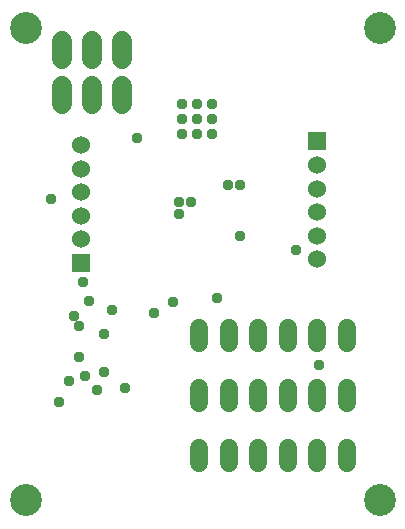
<source format=gbr>
G04 EAGLE Gerber X2 export*
%TF.Part,Single*%
%TF.FileFunction,Soldermask,Bot,1*%
%TF.FilePolarity,Negative*%
%TF.GenerationSoftware,Autodesk,EAGLE,9.1.0*%
%TF.CreationDate,2018-12-20T05:45:18Z*%
G75*
%MOMM*%
%FSLAX34Y34*%
%LPD*%
%AMOC8*
5,1,8,0,0,1.08239X$1,22.5*%
G01*
%ADD10C,2.703200*%
%ADD11R,1.524000X1.524000*%
%ADD12C,1.524000*%
%ADD13C,1.511200*%
%ADD14C,1.727200*%
%ADD15C,0.959600*%


D10*
X20000Y420000D03*
X20000Y20000D03*
X320000Y420000D03*
X320000Y20000D03*
D11*
X266700Y324000D03*
D12*
X266700Y304000D03*
X266700Y284000D03*
X266700Y264000D03*
X266700Y244000D03*
X266700Y224000D03*
D11*
X66500Y221000D03*
D12*
X66500Y241000D03*
X66500Y261000D03*
X66500Y281000D03*
X66500Y301000D03*
X66500Y321000D03*
D13*
X292100Y166240D02*
X292100Y153160D01*
X267100Y153160D02*
X267100Y166240D01*
X242100Y166240D02*
X242100Y153160D01*
X217100Y153160D02*
X217100Y166240D01*
X192100Y166240D02*
X192100Y153160D01*
X167100Y153160D02*
X167100Y166240D01*
X292100Y64640D02*
X292100Y51560D01*
X267100Y51560D02*
X267100Y64640D01*
X242100Y64640D02*
X242100Y51560D01*
X217100Y51560D02*
X217100Y64640D01*
X192100Y64640D02*
X192100Y51560D01*
X167100Y51560D02*
X167100Y64640D01*
X292100Y102360D02*
X292100Y115440D01*
X267100Y115440D02*
X267100Y102360D01*
X242100Y102360D02*
X242100Y115440D01*
X217100Y115440D02*
X217100Y102360D01*
X192100Y102360D02*
X192100Y115440D01*
X167100Y115440D02*
X167100Y102360D01*
D14*
X101600Y393380D02*
X101600Y408620D01*
X76200Y408620D02*
X76200Y393380D01*
X50800Y393380D02*
X50800Y408620D01*
X101600Y370520D02*
X101600Y355280D01*
X76200Y355280D02*
X76200Y370520D01*
X50800Y370520D02*
X50800Y355280D01*
D15*
X177800Y330200D03*
X165100Y330200D03*
X152400Y330200D03*
X152400Y342900D03*
X165100Y342900D03*
X177800Y342900D03*
X177800Y355600D03*
X165100Y355600D03*
X152400Y355600D03*
X48633Y102921D03*
X104052Y115362D03*
X149800Y272400D03*
X159800Y272400D03*
X149800Y262400D03*
X65598Y167388D03*
X85956Y160602D03*
X268047Y134589D03*
X85956Y128934D03*
X41847Y274833D03*
X68991Y204711D03*
X92742Y180960D03*
X201318Y287274D03*
X201318Y244296D03*
X144768Y187746D03*
X80301Y113100D03*
X182091Y191139D03*
X248820Y231855D03*
X70122Y125541D03*
X56550Y121017D03*
X191139Y287274D03*
X114231Y326859D03*
X65598Y141375D03*
X128934Y178698D03*
X61074Y176436D03*
X73515Y188877D03*
M02*

</source>
